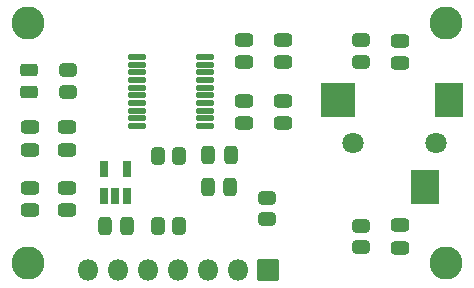
<source format=gts>
G04 #@! TF.GenerationSoftware,KiCad,Pcbnew,7.0.8*
G04 #@! TF.CreationDate,2023-10-22T22:17:52-07:00*
G04 #@! TF.ProjectId,PCM510xA_I2S_DAC,50434d35-3130-4784-915f-4932535f4441,0.0.2*
G04 #@! TF.SameCoordinates,Original*
G04 #@! TF.FileFunction,Soldermask,Top*
G04 #@! TF.FilePolarity,Negative*
%FSLAX46Y46*%
G04 Gerber Fmt 4.6, Leading zero omitted, Abs format (unit mm)*
G04 Created by KiCad (PCBNEW 7.0.8) date 2023-10-22 22:17:52*
%MOMM*%
%LPD*%
G01*
G04 APERTURE LIST*
G04 Aperture macros list*
%AMRoundRect*
0 Rectangle with rounded corners*
0 $1 Rounding radius*
0 $2 $3 $4 $5 $6 $7 $8 $9 X,Y pos of 4 corners*
0 Add a 4 corners polygon primitive as box body*
4,1,4,$2,$3,$4,$5,$6,$7,$8,$9,$2,$3,0*
0 Add four circle primitives for the rounded corners*
1,1,$1+$1,$2,$3*
1,1,$1+$1,$4,$5*
1,1,$1+$1,$6,$7*
1,1,$1+$1,$8,$9*
0 Add four rect primitives between the rounded corners*
20,1,$1+$1,$2,$3,$4,$5,0*
20,1,$1+$1,$4,$5,$6,$7,0*
20,1,$1+$1,$6,$7,$8,$9,0*
20,1,$1+$1,$8,$9,$2,$3,0*%
G04 Aperture macros list end*
%ADD10RoundRect,0.294550X-0.456250X0.243750X-0.456250X-0.243750X0.456250X-0.243750X0.456250X0.243750X0*%
%ADD11C,2.801600*%
%ADD12RoundRect,0.300800X0.450000X-0.262500X0.450000X0.262500X-0.450000X0.262500X-0.450000X-0.262500X0*%
%ADD13RoundRect,0.300800X-0.450000X0.262500X-0.450000X-0.262500X0.450000X-0.262500X0.450000X0.262500X0*%
%ADD14RoundRect,0.300800X-0.262500X-0.450000X0.262500X-0.450000X0.262500X0.450000X-0.262500X0.450000X0*%
%ADD15RoundRect,0.300800X-0.250000X-0.475000X0.250000X-0.475000X0.250000X0.475000X-0.250000X0.475000X0*%
%ADD16RoundRect,0.300800X-0.475000X0.250000X-0.475000X-0.250000X0.475000X-0.250000X0.475000X0.250000X0*%
%ADD17RoundRect,0.050800X-0.850000X0.850000X-0.850000X-0.850000X0.850000X-0.850000X0.850000X0.850000X0*%
%ADD18O,1.801600X1.801600*%
%ADD19RoundRect,0.300800X0.475000X-0.250000X0.475000X0.250000X-0.475000X0.250000X-0.475000X-0.250000X0*%
%ADD20RoundRect,0.150800X0.637500X0.100000X-0.637500X0.100000X-0.637500X-0.100000X0.637500X-0.100000X0*%
%ADD21C,1.801600*%
%ADD22RoundRect,0.050800X-1.100000X1.400000X-1.100000X-1.400000X1.100000X-1.400000X1.100000X1.400000X0*%
%ADD23RoundRect,0.050800X-1.400000X1.400000X-1.400000X-1.400000X1.400000X-1.400000X1.400000X1.400000X0*%
%ADD24RoundRect,0.200800X0.150000X-0.512500X0.150000X0.512500X-0.150000X0.512500X-0.150000X-0.512500X0*%
G04 APERTURE END LIST*
D10*
X119500000Y-97662500D03*
X119500000Y-99537500D03*
D11*
X119380000Y-93735129D03*
X119380000Y-114055129D03*
D12*
X122750000Y-99512500D03*
X122750000Y-97687500D03*
D13*
X147574000Y-110856629D03*
X147574000Y-112681629D03*
D14*
X130375000Y-104946129D03*
X132200000Y-104946129D03*
D15*
X134600000Y-107600000D03*
X136500000Y-107600000D03*
D11*
X154813000Y-93735129D03*
D16*
X119600000Y-107650000D03*
X119600000Y-109550000D03*
D15*
X134650000Y-104900000D03*
X136550000Y-104900000D03*
X125900000Y-110900000D03*
X127800000Y-110900000D03*
D14*
X130387500Y-110900000D03*
X132212500Y-110900000D03*
D16*
X140970000Y-100278129D03*
X140970000Y-102178129D03*
D17*
X139700000Y-114665129D03*
D18*
X137160000Y-114665129D03*
X134620000Y-114665129D03*
X132080000Y-114665129D03*
X129540000Y-114665129D03*
X127000000Y-114665129D03*
X124460000Y-114665129D03*
D19*
X122700000Y-104450000D03*
X122700000Y-102550000D03*
X137700000Y-97050000D03*
X137700000Y-95150000D03*
D20*
X134366000Y-102444800D03*
X134366000Y-101794800D03*
X134366000Y-101144800D03*
X134366000Y-100494800D03*
X134366000Y-99844800D03*
X134366000Y-99194800D03*
X134366000Y-98544800D03*
X134366000Y-97894800D03*
X134366000Y-97244800D03*
X134366000Y-96594800D03*
X128641000Y-96594800D03*
X128641000Y-97244800D03*
X128641000Y-97894800D03*
X128641000Y-98544800D03*
X128641000Y-99194800D03*
X128641000Y-99844800D03*
X128641000Y-100494800D03*
X128641000Y-101144800D03*
X128641000Y-101794800D03*
X128641000Y-102444800D03*
D21*
X153935000Y-103895129D03*
X146935000Y-103895129D03*
D22*
X153035000Y-107595129D03*
X155035000Y-100195129D03*
D23*
X145635000Y-100195129D03*
D16*
X137668000Y-100278129D03*
X137668000Y-102178129D03*
D12*
X147608000Y-97012629D03*
X147608000Y-95187629D03*
X139600000Y-110312500D03*
X139600000Y-108487500D03*
D16*
X122700000Y-107650000D03*
X122700000Y-109550000D03*
X150874000Y-110819129D03*
X150874000Y-112719129D03*
D19*
X150876000Y-97098129D03*
X150876000Y-95198129D03*
X119600000Y-104450000D03*
X119600000Y-102550000D03*
D11*
X154813000Y-114055129D03*
D24*
X125850000Y-108375000D03*
X126800000Y-108375000D03*
X127750000Y-108375000D03*
X127750000Y-106100000D03*
X125850000Y-106100000D03*
D19*
X141000000Y-97050000D03*
X141000000Y-95150000D03*
M02*

</source>
